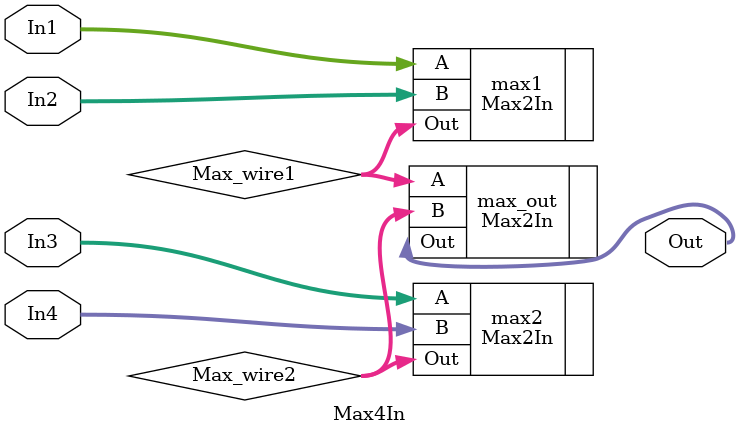
<source format=v>
`timescale 1ns / 1ps

// Tim max trong 4 gia tri nhan vao
module Max4In 
#(parameter SIZE = 32)
(   
    input [SIZE-1:0] In1,
    input [SIZE-1:0] In2,
    input [SIZE-1:0] In3,
    input [SIZE-1:0] In4,
    output[SIZE-1:0] Out
    );
    //Day noi giua 2 max voi max cuoi
    wire [SIZE-1:0] Max_wire1;
    wire [SIZE-1:0] Max_wire2;


    Max2In max1(.A(In1),.B(In2),.Out(Max_wire1));
    Max2In max2(.A(In3),.B(In4),.Out(Max_wire2));

    Max2In max_out(.A(Max_wire1),.B(Max_wire2),.Out(Out));

endmodule

</source>
